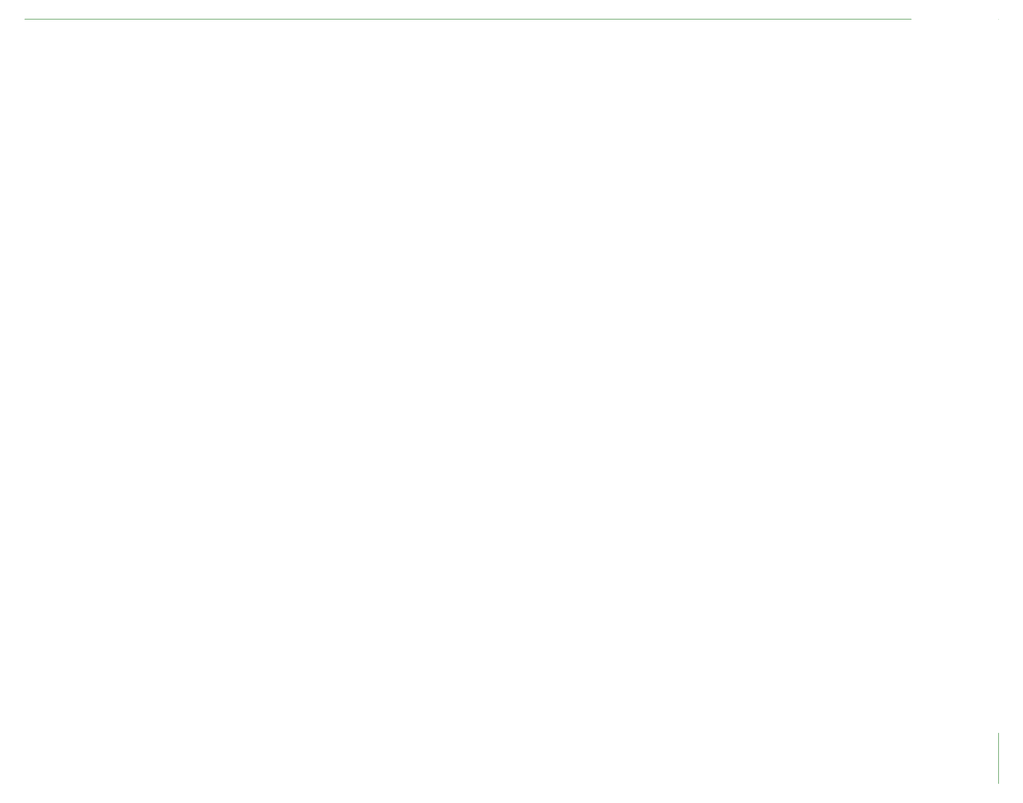
<source format=gbr>
G04 #@! TF.FileFunction,Profile,NP*
%FSLAX46Y46*%
G04 Gerber Fmt 4.6, Leading zero omitted, Abs format (unit mm)*
G04 Created by KiCad (PCBNEW 4.0.2+dfsg1-stable) date Čt 29. září 2016, 22:36:16 CEST*
%MOMM*%
G01*
G04 APERTURE LIST*
%ADD10C,0.100000*%
%ADD11C,0.150000*%
G04 APERTURE END LIST*
D10*
D11*
X129032000Y-96520000D02*
X129032000Y111252000D02*
X-129032000D01*
X154432000D02*
Y111252000D01*
Y-96520000D02*
X154432000Y-111252000I250000J0D01*
X154432000Y-111252000I800000J0D02*
X154432000Y111252062I400000J0D03*
M02*

</source>
